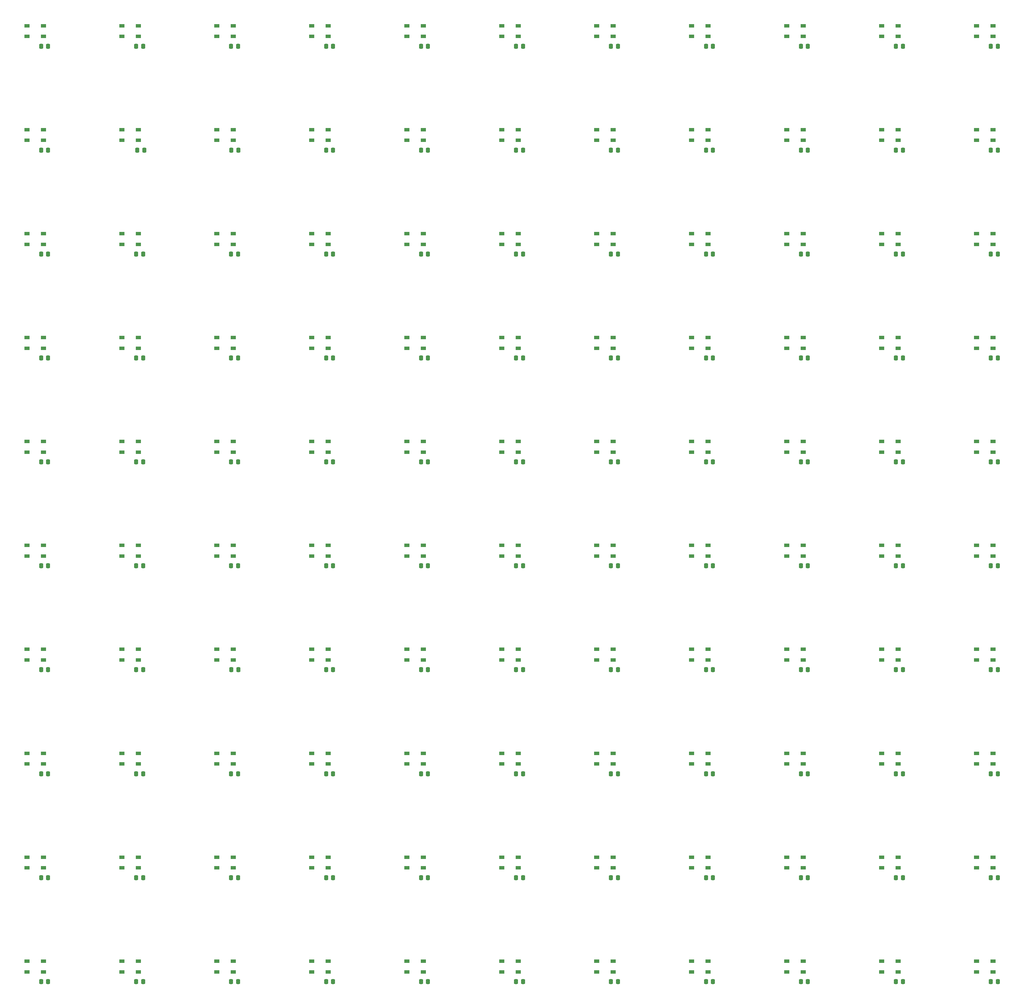
<source format=gtp>
%TF.GenerationSoftware,KiCad,Pcbnew,(6.0.2)*%
%TF.CreationDate,2022-03-15T15:15:15+01:00*%
%TF.ProjectId,Wordclock,576f7264-636c-46f6-936b-2e6b69636164,rev?*%
%TF.SameCoordinates,Original*%
%TF.FileFunction,Paste,Top*%
%TF.FilePolarity,Positive*%
%FSLAX46Y46*%
G04 Gerber Fmt 4.6, Leading zero omitted, Abs format (unit mm)*
G04 Created by KiCad (PCBNEW (6.0.2)) date 2022-03-15 15:15:15*
%MOMM*%
%LPD*%
G01*
G04 APERTURE LIST*
G04 Aperture macros list*
%AMRoundRect*
0 Rectangle with rounded corners*
0 $1 Rounding radius*
0 $2 $3 $4 $5 $6 $7 $8 $9 X,Y pos of 4 corners*
0 Add a 4 corners polygon primitive as box body*
4,1,4,$2,$3,$4,$5,$6,$7,$8,$9,$2,$3,0*
0 Add four circle primitives for the rounded corners*
1,1,$1+$1,$2,$3*
1,1,$1+$1,$4,$5*
1,1,$1+$1,$6,$7*
1,1,$1+$1,$8,$9*
0 Add four rect primitives between the rounded corners*
20,1,$1+$1,$2,$3,$4,$5,0*
20,1,$1+$1,$4,$5,$6,$7,0*
20,1,$1+$1,$6,$7,$8,$9,0*
20,1,$1+$1,$8,$9,$2,$3,0*%
G04 Aperture macros list end*
%ADD10RoundRect,0.250000X0.337500X0.475000X-0.337500X0.475000X-0.337500X-0.475000X0.337500X-0.475000X0*%
%ADD11R,1.500000X1.000000*%
G04 APERTURE END LIST*
D10*
%TO.C,C110*%
X813367500Y-314500000D03*
X811292500Y-314500000D03*
%TD*%
%TO.C,C10*%
X785067500Y-35500000D03*
X782992500Y-35500000D03*
%TD*%
%TO.C,C24*%
X558667500Y-97500000D03*
X556592500Y-97500000D03*
%TD*%
D11*
%TO.C,D2*%
X557250000Y-32600000D03*
X557250000Y-29400000D03*
X552350000Y-29400000D03*
X552350000Y-32600000D03*
%TD*%
D10*
%TO.C,C6*%
X671867500Y-35500000D03*
X669792500Y-35500000D03*
%TD*%
%TO.C,C31*%
X756767500Y-97500000D03*
X754692500Y-97500000D03*
%TD*%
%TO.C,C40*%
X700167500Y-128500000D03*
X698092500Y-128500000D03*
%TD*%
%TO.C,C90*%
X558667500Y-283500000D03*
X556592500Y-283500000D03*
%TD*%
%TO.C,C70*%
X615267500Y-221500000D03*
X613192500Y-221500000D03*
%TD*%
%TO.C,C62*%
X700167500Y-190500000D03*
X698092500Y-190500000D03*
%TD*%
%TO.C,C28*%
X671867500Y-97500000D03*
X669792500Y-97500000D03*
%TD*%
D11*
%TO.C,D19*%
X727050000Y-63600000D03*
X727050000Y-60400000D03*
X722150000Y-60400000D03*
X722150000Y-63600000D03*
%TD*%
%TO.C,D62*%
X698750000Y-187600000D03*
X698750000Y-184400000D03*
X693850000Y-184400000D03*
X693850000Y-187600000D03*
%TD*%
%TO.C,D12*%
X528950000Y-63600000D03*
X528950000Y-60400000D03*
X524050000Y-60400000D03*
X524050000Y-63600000D03*
%TD*%
%TO.C,D93*%
X642150000Y-280600000D03*
X642150000Y-277400000D03*
X637250000Y-277400000D03*
X637250000Y-280600000D03*
%TD*%
D10*
%TO.C,C34*%
X530367500Y-128500000D03*
X528292500Y-128500000D03*
%TD*%
%TO.C,C39*%
X671867500Y-128500000D03*
X669792500Y-128500000D03*
%TD*%
D11*
%TO.C,D7*%
X698750000Y-32600000D03*
X698750000Y-29400000D03*
X693850000Y-29400000D03*
X693850000Y-32600000D03*
%TD*%
%TO.C,D98*%
X783650000Y-280600000D03*
X783650000Y-277400000D03*
X778750000Y-277400000D03*
X778750000Y-280600000D03*
%TD*%
%TO.C,D39*%
X670450000Y-125600000D03*
X670450000Y-122400000D03*
X665550000Y-122400000D03*
X665550000Y-125600000D03*
%TD*%
D10*
%TO.C,C79*%
X558667500Y-252500000D03*
X556592500Y-252500000D03*
%TD*%
D11*
%TO.C,D26*%
X613850000Y-94600000D03*
X613850000Y-91400000D03*
X608950000Y-91400000D03*
X608950000Y-94600000D03*
%TD*%
D10*
%TO.C,C60*%
X643567500Y-190500000D03*
X641492500Y-190500000D03*
%TD*%
%TO.C,C76*%
X785067500Y-221500000D03*
X782992500Y-221500000D03*
%TD*%
%TO.C,C17*%
X671867500Y-66500000D03*
X669792500Y-66500000D03*
%TD*%
D11*
%TO.C,D77*%
X811950000Y-218600000D03*
X811950000Y-215400000D03*
X807050000Y-215400000D03*
X807050000Y-218600000D03*
%TD*%
%TO.C,D42*%
X755350000Y-125600000D03*
X755350000Y-122400000D03*
X750450000Y-122400000D03*
X750450000Y-125600000D03*
%TD*%
D10*
%TO.C,C77*%
X813367500Y-221500000D03*
X811292500Y-221500000D03*
%TD*%
D11*
%TO.C,D46*%
X557250000Y-156600000D03*
X557250000Y-153400000D03*
X552350000Y-153400000D03*
X552350000Y-156600000D03*
%TD*%
%TO.C,D27*%
X642150000Y-94600000D03*
X642150000Y-91400000D03*
X637250000Y-91400000D03*
X637250000Y-94600000D03*
%TD*%
%TO.C,D43*%
X783650000Y-125600000D03*
X783650000Y-122400000D03*
X778750000Y-122400000D03*
X778750000Y-125600000D03*
%TD*%
%TO.C,D86*%
X755350000Y-249600000D03*
X755350000Y-246400000D03*
X750450000Y-246400000D03*
X750450000Y-249600000D03*
%TD*%
D10*
%TO.C,C21*%
X785067500Y-66500000D03*
X782992500Y-66500000D03*
%TD*%
D11*
%TO.C,D75*%
X755350000Y-218600000D03*
X755350000Y-215400000D03*
X750450000Y-215400000D03*
X750450000Y-218600000D03*
%TD*%
D10*
%TO.C,C53*%
X756767500Y-159500000D03*
X754692500Y-159500000D03*
%TD*%
%TO.C,C26*%
X615267500Y-97500000D03*
X613192500Y-97500000D03*
%TD*%
D11*
%TO.C,D34*%
X528950000Y-125600000D03*
X528950000Y-122400000D03*
X524050000Y-122400000D03*
X524050000Y-125600000D03*
%TD*%
%TO.C,D38*%
X642150000Y-125600000D03*
X642150000Y-122400000D03*
X637250000Y-122400000D03*
X637250000Y-125600000D03*
%TD*%
%TO.C,D25*%
X585550000Y-94600000D03*
X585550000Y-91400000D03*
X580650000Y-91400000D03*
X580650000Y-94600000D03*
%TD*%
%TO.C,D69*%
X585550000Y-218600000D03*
X585550000Y-215400000D03*
X580650000Y-215400000D03*
X580650000Y-218600000D03*
%TD*%
%TO.C,D55*%
X811950000Y-156600000D03*
X811950000Y-153400000D03*
X807050000Y-153400000D03*
X807050000Y-156600000D03*
%TD*%
D10*
%TO.C,C63*%
X728467500Y-190500000D03*
X726392500Y-190500000D03*
%TD*%
%TO.C,C29*%
X700167500Y-97500000D03*
X698092500Y-97500000D03*
%TD*%
%TO.C,C69*%
X587037500Y-221500000D03*
X584962500Y-221500000D03*
%TD*%
D11*
%TO.C,D15*%
X613850000Y-63600000D03*
X613850000Y-60400000D03*
X608950000Y-60400000D03*
X608950000Y-63600000D03*
%TD*%
D10*
%TO.C,C37*%
X615267500Y-128500000D03*
X613192500Y-128500000D03*
%TD*%
%TO.C,C81*%
X615267500Y-252500000D03*
X613192500Y-252500000D03*
%TD*%
D11*
%TO.C,D101*%
X557250000Y-311600000D03*
X557250000Y-308400000D03*
X552350000Y-308400000D03*
X552350000Y-311600000D03*
%TD*%
%TO.C,D29*%
X698750000Y-94600000D03*
X698750000Y-91400000D03*
X693850000Y-91400000D03*
X693850000Y-94600000D03*
%TD*%
D10*
%TO.C,C100*%
X530367500Y-314500000D03*
X528292500Y-314500000D03*
%TD*%
%TO.C,C41*%
X728467500Y-128500000D03*
X726392500Y-128500000D03*
%TD*%
D11*
%TO.C,D24*%
X557250000Y-94600000D03*
X557250000Y-91400000D03*
X552350000Y-91400000D03*
X552350000Y-94600000D03*
%TD*%
D10*
%TO.C,C7*%
X700167500Y-35500000D03*
X698092500Y-35500000D03*
%TD*%
D11*
%TO.C,D68*%
X557250000Y-218600000D03*
X557250000Y-215400000D03*
X552350000Y-215400000D03*
X552350000Y-218600000D03*
%TD*%
%TO.C,D90*%
X557250000Y-280600000D03*
X557250000Y-277400000D03*
X552350000Y-277400000D03*
X552350000Y-280600000D03*
%TD*%
%TO.C,D65*%
X783650000Y-187600000D03*
X783650000Y-184400000D03*
X778750000Y-184400000D03*
X778750000Y-187600000D03*
%TD*%
%TO.C,D78*%
X528950000Y-249600000D03*
X528950000Y-246400000D03*
X524050000Y-246400000D03*
X524050000Y-249600000D03*
%TD*%
%TO.C,D44*%
X811950000Y-125600000D03*
X811950000Y-122400000D03*
X807050000Y-122400000D03*
X807050000Y-125600000D03*
%TD*%
D10*
%TO.C,C94*%
X671867500Y-283500000D03*
X669792500Y-283500000D03*
%TD*%
D11*
%TO.C,D48*%
X613850000Y-156600000D03*
X613850000Y-153400000D03*
X608950000Y-153400000D03*
X608950000Y-156600000D03*
%TD*%
%TO.C,D92*%
X613850000Y-280600000D03*
X613850000Y-277400000D03*
X608950000Y-277400000D03*
X608950000Y-280600000D03*
%TD*%
D10*
%TO.C,C101*%
X558667500Y-314500000D03*
X556592500Y-314500000D03*
%TD*%
%TO.C,C95*%
X700167500Y-283500000D03*
X698092500Y-283500000D03*
%TD*%
D11*
%TO.C,D97*%
X755350000Y-280600000D03*
X755350000Y-277400000D03*
X750450000Y-277400000D03*
X750450000Y-280600000D03*
%TD*%
D10*
%TO.C,C103*%
X615267500Y-314500000D03*
X613192500Y-314500000D03*
%TD*%
%TO.C,C50*%
X671867500Y-159500000D03*
X669792500Y-159500000D03*
%TD*%
%TO.C,C61*%
X671867500Y-190500000D03*
X669792500Y-190500000D03*
%TD*%
D11*
%TO.C,D95*%
X698750000Y-280600000D03*
X698750000Y-277400000D03*
X693850000Y-277400000D03*
X693850000Y-280600000D03*
%TD*%
%TO.C,D103*%
X613850000Y-311600000D03*
X613850000Y-308400000D03*
X608950000Y-308400000D03*
X608950000Y-311600000D03*
%TD*%
D10*
%TO.C,C85*%
X728467500Y-252500000D03*
X726392500Y-252500000D03*
%TD*%
%TO.C,C5*%
X643567500Y-35500000D03*
X641492500Y-35500000D03*
%TD*%
D11*
%TO.C,D106*%
X698750000Y-311600000D03*
X698750000Y-308400000D03*
X693850000Y-308400000D03*
X693850000Y-311600000D03*
%TD*%
D10*
%TO.C,C13*%
X559037500Y-66500000D03*
X556962500Y-66500000D03*
%TD*%
D11*
%TO.C,D84*%
X698750000Y-249600000D03*
X698750000Y-246400000D03*
X693850000Y-246400000D03*
X693850000Y-249600000D03*
%TD*%
D10*
%TO.C,C96*%
X728467500Y-283500000D03*
X726392500Y-283500000D03*
%TD*%
D11*
%TO.C,D110*%
X811950000Y-311600000D03*
X811950000Y-308400000D03*
X807050000Y-308400000D03*
X807050000Y-311600000D03*
%TD*%
D10*
%TO.C,C104*%
X643567500Y-314500000D03*
X641492500Y-314500000D03*
%TD*%
%TO.C,C105*%
X671867500Y-314500000D03*
X669792500Y-314500000D03*
%TD*%
D11*
%TO.C,D80*%
X585550000Y-249600000D03*
X585550000Y-246400000D03*
X580650000Y-246400000D03*
X580650000Y-249600000D03*
%TD*%
D10*
%TO.C,C80*%
X586967500Y-252500000D03*
X584892500Y-252500000D03*
%TD*%
D11*
%TO.C,D82*%
X642150000Y-249600000D03*
X642150000Y-246400000D03*
X637250000Y-246400000D03*
X637250000Y-249600000D03*
%TD*%
%TO.C,D5*%
X642150000Y-32600000D03*
X642150000Y-29400000D03*
X637250000Y-29400000D03*
X637250000Y-32600000D03*
%TD*%
%TO.C,D79*%
X557250000Y-249600000D03*
X557250000Y-246400000D03*
X552350000Y-246400000D03*
X552350000Y-249600000D03*
%TD*%
D10*
%TO.C,C20*%
X756767500Y-66500000D03*
X754692500Y-66500000D03*
%TD*%
D11*
%TO.C,D89*%
X528950000Y-280600000D03*
X528950000Y-277400000D03*
X524050000Y-277400000D03*
X524050000Y-280600000D03*
%TD*%
%TO.C,D87*%
X783650000Y-249600000D03*
X783650000Y-246400000D03*
X778750000Y-246400000D03*
X778750000Y-249600000D03*
%TD*%
%TO.C,D81*%
X613850000Y-249600000D03*
X613850000Y-246400000D03*
X608950000Y-246400000D03*
X608950000Y-249600000D03*
%TD*%
%TO.C,D109*%
X783650000Y-311600000D03*
X783650000Y-308400000D03*
X778750000Y-308400000D03*
X778750000Y-311600000D03*
%TD*%
D10*
%TO.C,C8*%
X728467500Y-35500000D03*
X726392500Y-35500000D03*
%TD*%
%TO.C,C55*%
X813367500Y-159500000D03*
X811292500Y-159500000D03*
%TD*%
%TO.C,C89*%
X530367500Y-283500000D03*
X528292500Y-283500000D03*
%TD*%
D11*
%TO.C,D18*%
X698750000Y-63600000D03*
X698750000Y-60400000D03*
X693850000Y-60400000D03*
X693850000Y-63600000D03*
%TD*%
%TO.C,D60*%
X642150000Y-187600000D03*
X642150000Y-184400000D03*
X637250000Y-184400000D03*
X637250000Y-187600000D03*
%TD*%
%TO.C,D100*%
X528950000Y-311600000D03*
X528950000Y-308400000D03*
X524050000Y-308400000D03*
X524050000Y-311600000D03*
%TD*%
D10*
%TO.C,C57*%
X558667500Y-190500000D03*
X556592500Y-190500000D03*
%TD*%
%TO.C,C86*%
X756767500Y-252500000D03*
X754692500Y-252500000D03*
%TD*%
D11*
%TO.C,D28*%
X670450000Y-94600000D03*
X670450000Y-91400000D03*
X665550000Y-91400000D03*
X665550000Y-94600000D03*
%TD*%
%TO.C,D13*%
X557250000Y-63600000D03*
X557250000Y-60400000D03*
X552350000Y-60400000D03*
X552350000Y-63600000D03*
%TD*%
%TO.C,D22*%
X811950000Y-63600000D03*
X811950000Y-60400000D03*
X807050000Y-60400000D03*
X807050000Y-63600000D03*
%TD*%
D10*
%TO.C,C47*%
X586967500Y-159500000D03*
X584892500Y-159500000D03*
%TD*%
%TO.C,C27*%
X643567500Y-97500000D03*
X641492500Y-97500000D03*
%TD*%
D11*
%TO.C,D70*%
X613850000Y-218600000D03*
X613850000Y-215400000D03*
X608950000Y-215400000D03*
X608950000Y-218600000D03*
%TD*%
D10*
%TO.C,C88*%
X813367500Y-252500000D03*
X811292500Y-252500000D03*
%TD*%
D11*
%TO.C,D3*%
X585550000Y-32600000D03*
X585550000Y-29400000D03*
X580650000Y-29400000D03*
X580650000Y-32600000D03*
%TD*%
D10*
%TO.C,C91*%
X586967500Y-283500000D03*
X584892500Y-283500000D03*
%TD*%
D11*
%TO.C,D8*%
X727050000Y-32600000D03*
X727050000Y-29400000D03*
X722150000Y-29400000D03*
X722150000Y-32600000D03*
%TD*%
%TO.C,D11*%
X811950000Y-32600000D03*
X811950000Y-29400000D03*
X807050000Y-29400000D03*
X807050000Y-32600000D03*
%TD*%
D10*
%TO.C,C51*%
X700167500Y-159500000D03*
X698092500Y-159500000D03*
%TD*%
%TO.C,C56*%
X530367500Y-190500000D03*
X528292500Y-190500000D03*
%TD*%
%TO.C,C65*%
X785067500Y-190500000D03*
X782992500Y-190500000D03*
%TD*%
%TO.C,C67*%
X530367500Y-221500000D03*
X528292500Y-221500000D03*
%TD*%
D11*
%TO.C,D64*%
X755350000Y-187600000D03*
X755350000Y-184400000D03*
X750450000Y-184400000D03*
X750450000Y-187600000D03*
%TD*%
%TO.C,D41*%
X727050000Y-125600000D03*
X727050000Y-122400000D03*
X722150000Y-122400000D03*
X722150000Y-125600000D03*
%TD*%
D10*
%TO.C,C59*%
X615267500Y-190500000D03*
X613192500Y-190500000D03*
%TD*%
%TO.C,C108*%
X756767500Y-314500000D03*
X754692500Y-314500000D03*
%TD*%
D11*
%TO.C,D83*%
X670450000Y-249600000D03*
X670450000Y-246400000D03*
X665550000Y-246400000D03*
X665550000Y-249600000D03*
%TD*%
D10*
%TO.C,C23*%
X530367500Y-97500000D03*
X528292500Y-97500000D03*
%TD*%
D11*
%TO.C,D20*%
X755350000Y-63600000D03*
X755350000Y-60400000D03*
X750450000Y-60400000D03*
X750450000Y-63600000D03*
%TD*%
%TO.C,D102*%
X585550000Y-311600000D03*
X585550000Y-308400000D03*
X580650000Y-308400000D03*
X580650000Y-311600000D03*
%TD*%
D10*
%TO.C,C30*%
X728467500Y-97500000D03*
X726392500Y-97500000D03*
%TD*%
D11*
%TO.C,D96*%
X727050000Y-280600000D03*
X727050000Y-277400000D03*
X722150000Y-277400000D03*
X722150000Y-280600000D03*
%TD*%
%TO.C,D94*%
X670450000Y-280600000D03*
X670450000Y-277400000D03*
X665550000Y-277400000D03*
X665550000Y-280600000D03*
%TD*%
%TO.C,D9*%
X755350000Y-32600000D03*
X755350000Y-29400000D03*
X750450000Y-29400000D03*
X750450000Y-32600000D03*
%TD*%
D10*
%TO.C,C83*%
X671867500Y-252500000D03*
X669792500Y-252500000D03*
%TD*%
%TO.C,C43*%
X785067500Y-128500000D03*
X782992500Y-128500000D03*
%TD*%
%TO.C,C48*%
X615267500Y-159500000D03*
X613192500Y-159500000D03*
%TD*%
%TO.C,C87*%
X785067500Y-252500000D03*
X782992500Y-252500000D03*
%TD*%
%TO.C,C98*%
X785067500Y-283500000D03*
X782992500Y-283500000D03*
%TD*%
%TO.C,C33*%
X813367500Y-97500000D03*
X811292500Y-97500000D03*
%TD*%
%TO.C,C45*%
X530367500Y-159500000D03*
X528292500Y-159500000D03*
%TD*%
%TO.C,C38*%
X643567500Y-128500000D03*
X641492500Y-128500000D03*
%TD*%
D11*
%TO.C,D74*%
X727050000Y-218600000D03*
X727050000Y-215400000D03*
X722150000Y-215400000D03*
X722150000Y-218600000D03*
%TD*%
D10*
%TO.C,C106*%
X700167500Y-314500000D03*
X698092500Y-314500000D03*
%TD*%
D11*
%TO.C,D37*%
X613850000Y-125600000D03*
X613850000Y-122400000D03*
X608950000Y-122400000D03*
X608950000Y-125600000D03*
%TD*%
D10*
%TO.C,C44*%
X813367500Y-128500000D03*
X811292500Y-128500000D03*
%TD*%
%TO.C,C58*%
X586967500Y-190500000D03*
X584892500Y-190500000D03*
%TD*%
D11*
%TO.C,D33*%
X811950000Y-94600000D03*
X811950000Y-91400000D03*
X807050000Y-91400000D03*
X807050000Y-94600000D03*
%TD*%
%TO.C,D35*%
X557250000Y-125600000D03*
X557250000Y-122400000D03*
X552350000Y-122400000D03*
X552350000Y-125600000D03*
%TD*%
%TO.C,D104*%
X642150000Y-311600000D03*
X642150000Y-308400000D03*
X637250000Y-308400000D03*
X637250000Y-311600000D03*
%TD*%
D10*
%TO.C,C35*%
X558667500Y-128500000D03*
X556592500Y-128500000D03*
%TD*%
%TO.C,C71*%
X643567500Y-221500000D03*
X641492500Y-221500000D03*
%TD*%
%TO.C,C54*%
X785067500Y-159500000D03*
X782992500Y-159500000D03*
%TD*%
%TO.C,C97*%
X756767500Y-283500000D03*
X754692500Y-283500000D03*
%TD*%
%TO.C,C99*%
X813367500Y-283500000D03*
X811292500Y-283500000D03*
%TD*%
D11*
%TO.C,D52*%
X727050000Y-156600000D03*
X727050000Y-153400000D03*
X722150000Y-153400000D03*
X722150000Y-156600000D03*
%TD*%
D10*
%TO.C,C4*%
X615267500Y-35500000D03*
X613192500Y-35500000D03*
%TD*%
%TO.C,C15*%
X615267500Y-66500000D03*
X613192500Y-66500000D03*
%TD*%
D11*
%TO.C,D73*%
X698750000Y-218600000D03*
X698750000Y-215400000D03*
X693850000Y-215400000D03*
X693850000Y-218600000D03*
%TD*%
D10*
%TO.C,C3*%
X586967500Y-35500000D03*
X584892500Y-35500000D03*
%TD*%
%TO.C,C78*%
X530367500Y-252500000D03*
X528292500Y-252500000D03*
%TD*%
%TO.C,C72*%
X671867500Y-221500000D03*
X669792500Y-221500000D03*
%TD*%
D11*
%TO.C,D16*%
X642150000Y-63600000D03*
X642150000Y-60400000D03*
X637250000Y-60400000D03*
X637250000Y-63600000D03*
%TD*%
D10*
%TO.C,C82*%
X643567500Y-252500000D03*
X641492500Y-252500000D03*
%TD*%
%TO.C,C42*%
X756767500Y-128500000D03*
X754692500Y-128500000D03*
%TD*%
D11*
%TO.C,D10*%
X783650000Y-32600000D03*
X783650000Y-29400000D03*
X778750000Y-29400000D03*
X778750000Y-32600000D03*
%TD*%
%TO.C,D21*%
X783650000Y-63600000D03*
X783650000Y-60400000D03*
X778750000Y-60400000D03*
X778750000Y-63600000D03*
%TD*%
%TO.C,D61*%
X670450000Y-187600000D03*
X670450000Y-184400000D03*
X665550000Y-184400000D03*
X665550000Y-187600000D03*
%TD*%
%TO.C,D36*%
X585550000Y-125600000D03*
X585550000Y-122400000D03*
X580650000Y-122400000D03*
X580650000Y-125600000D03*
%TD*%
D10*
%TO.C,C102*%
X586967500Y-314500000D03*
X584892500Y-314500000D03*
%TD*%
D11*
%TO.C,D6*%
X670450000Y-32600000D03*
X670450000Y-29400000D03*
X665550000Y-29400000D03*
X665550000Y-32600000D03*
%TD*%
D10*
%TO.C,C74*%
X728467500Y-221500000D03*
X726392500Y-221500000D03*
%TD*%
D11*
%TO.C,D88*%
X811950000Y-249600000D03*
X811950000Y-246400000D03*
X807050000Y-246400000D03*
X807050000Y-249600000D03*
%TD*%
%TO.C,D66*%
X811950000Y-187600000D03*
X811950000Y-184400000D03*
X807050000Y-184400000D03*
X807050000Y-187600000D03*
%TD*%
%TO.C,D40*%
X698750000Y-125600000D03*
X698750000Y-122400000D03*
X693850000Y-122400000D03*
X693850000Y-125600000D03*
%TD*%
D10*
%TO.C,C52*%
X728467500Y-159500000D03*
X726392500Y-159500000D03*
%TD*%
D11*
%TO.C,D32*%
X783650000Y-94600000D03*
X783650000Y-91400000D03*
X778750000Y-91400000D03*
X778750000Y-94600000D03*
%TD*%
%TO.C,D49*%
X642150000Y-156600000D03*
X642150000Y-153400000D03*
X637250000Y-153400000D03*
X637250000Y-156600000D03*
%TD*%
%TO.C,D30*%
X727050000Y-94600000D03*
X727050000Y-91400000D03*
X722150000Y-91400000D03*
X722150000Y-94600000D03*
%TD*%
%TO.C,D58*%
X585550000Y-187600000D03*
X585550000Y-184400000D03*
X580650000Y-184400000D03*
X580650000Y-187600000D03*
%TD*%
%TO.C,D47*%
X585550000Y-156600000D03*
X585550000Y-153400000D03*
X580650000Y-153400000D03*
X580650000Y-156600000D03*
%TD*%
D10*
%TO.C,C12*%
X530367500Y-66500000D03*
X528292500Y-66500000D03*
%TD*%
%TO.C,C14*%
X587037500Y-66500000D03*
X584962500Y-66500000D03*
%TD*%
%TO.C,C49*%
X643567500Y-159500000D03*
X641492500Y-159500000D03*
%TD*%
%TO.C,C66*%
X813367500Y-190500000D03*
X811292500Y-190500000D03*
%TD*%
D11*
%TO.C,D72*%
X670450000Y-218600000D03*
X670450000Y-215400000D03*
X665550000Y-215400000D03*
X665550000Y-218600000D03*
%TD*%
%TO.C,D50*%
X670450000Y-156600000D03*
X670450000Y-153400000D03*
X665550000Y-153400000D03*
X665550000Y-156600000D03*
%TD*%
%TO.C,D91*%
X585550000Y-280600000D03*
X585550000Y-277400000D03*
X580650000Y-277400000D03*
X580650000Y-280600000D03*
%TD*%
D10*
%TO.C,C68*%
X558667500Y-221500000D03*
X556592500Y-221500000D03*
%TD*%
D11*
%TO.C,D99*%
X811950000Y-280600000D03*
X811950000Y-277400000D03*
X807050000Y-277400000D03*
X807050000Y-280600000D03*
%TD*%
D10*
%TO.C,C1*%
X530367500Y-35500000D03*
X528292500Y-35500000D03*
%TD*%
%TO.C,C46*%
X558667500Y-159500000D03*
X556592500Y-159500000D03*
%TD*%
D11*
%TO.C,D23*%
X528950000Y-94600000D03*
X528950000Y-91400000D03*
X524050000Y-91400000D03*
X524050000Y-94600000D03*
%TD*%
%TO.C,D67*%
X528950000Y-218600000D03*
X528950000Y-215400000D03*
X524050000Y-215400000D03*
X524050000Y-218600000D03*
%TD*%
D10*
%TO.C,C73*%
X700167500Y-221500000D03*
X698092500Y-221500000D03*
%TD*%
D11*
%TO.C,D76*%
X783650000Y-218600000D03*
X783650000Y-215400000D03*
X778750000Y-215400000D03*
X778750000Y-218600000D03*
%TD*%
%TO.C,D85*%
X727050000Y-249600000D03*
X727050000Y-246400000D03*
X722150000Y-246400000D03*
X722150000Y-249600000D03*
%TD*%
%TO.C,D57*%
X557250000Y-187600000D03*
X557250000Y-184400000D03*
X552350000Y-184400000D03*
X552350000Y-187600000D03*
%TD*%
%TO.C,D4*%
X613850000Y-32600000D03*
X613850000Y-29400000D03*
X608950000Y-29400000D03*
X608950000Y-32600000D03*
%TD*%
D10*
%TO.C,C16*%
X643567500Y-66500000D03*
X641492500Y-66500000D03*
%TD*%
%TO.C,C18*%
X700167500Y-66500000D03*
X698092500Y-66500000D03*
%TD*%
%TO.C,C64*%
X756767500Y-190500000D03*
X754692500Y-190500000D03*
%TD*%
%TO.C,C2*%
X558667500Y-35500000D03*
X556592500Y-35500000D03*
%TD*%
%TO.C,C32*%
X785067500Y-97500000D03*
X782992500Y-97500000D03*
%TD*%
%TO.C,C22*%
X813367500Y-66500000D03*
X811292500Y-66500000D03*
%TD*%
D11*
%TO.C,D53*%
X755350000Y-156600000D03*
X755350000Y-153400000D03*
X750450000Y-153400000D03*
X750450000Y-156600000D03*
%TD*%
%TO.C,D54*%
X783650000Y-156600000D03*
X783650000Y-153400000D03*
X778750000Y-153400000D03*
X778750000Y-156600000D03*
%TD*%
D10*
%TO.C,C92*%
X615267500Y-283500000D03*
X613192500Y-283500000D03*
%TD*%
%TO.C,C19*%
X728467500Y-66500000D03*
X726392500Y-66500000D03*
%TD*%
%TO.C,C84*%
X700167500Y-252500000D03*
X698092500Y-252500000D03*
%TD*%
%TO.C,C93*%
X643567500Y-283500000D03*
X641492500Y-283500000D03*
%TD*%
D11*
%TO.C,D59*%
X613850000Y-187600000D03*
X613850000Y-184400000D03*
X608950000Y-184400000D03*
X608950000Y-187600000D03*
%TD*%
D10*
%TO.C,C107*%
X728467500Y-314500000D03*
X726392500Y-314500000D03*
%TD*%
D11*
%TO.C,D1*%
X528950000Y-32600000D03*
X528950000Y-29400000D03*
X524050000Y-29400000D03*
X524050000Y-32600000D03*
%TD*%
%TO.C,D17*%
X670450000Y-63600000D03*
X670450000Y-60400000D03*
X665550000Y-60400000D03*
X665550000Y-63600000D03*
%TD*%
D10*
%TO.C,C11*%
X813367500Y-35500000D03*
X811292500Y-35500000D03*
%TD*%
%TO.C,C25*%
X586967500Y-97500000D03*
X584892500Y-97500000D03*
%TD*%
D11*
%TO.C,D56*%
X528950000Y-187600000D03*
X528950000Y-184400000D03*
X524050000Y-184400000D03*
X524050000Y-187600000D03*
%TD*%
D10*
%TO.C,C36*%
X586967500Y-128500000D03*
X584892500Y-128500000D03*
%TD*%
D11*
%TO.C,D31*%
X755350000Y-94600000D03*
X755350000Y-91400000D03*
X750450000Y-91400000D03*
X750450000Y-94600000D03*
%TD*%
%TO.C,D63*%
X727050000Y-187600000D03*
X727050000Y-184400000D03*
X722150000Y-184400000D03*
X722150000Y-187600000D03*
%TD*%
%TO.C,D71*%
X642150000Y-218600000D03*
X642150000Y-215400000D03*
X637250000Y-215400000D03*
X637250000Y-218600000D03*
%TD*%
%TO.C,D45*%
X528950000Y-156600000D03*
X528950000Y-153400000D03*
X524050000Y-153400000D03*
X524050000Y-156600000D03*
%TD*%
D10*
%TO.C,C9*%
X756767500Y-35500000D03*
X754692500Y-35500000D03*
%TD*%
D11*
%TO.C,D108*%
X755350000Y-311600000D03*
X755350000Y-308400000D03*
X750450000Y-308400000D03*
X750450000Y-311600000D03*
%TD*%
D10*
%TO.C,C109*%
X785067500Y-314500000D03*
X782992500Y-314500000D03*
%TD*%
%TO.C,C75*%
X756767500Y-221500000D03*
X754692500Y-221500000D03*
%TD*%
D11*
%TO.C,D105*%
X670450000Y-311600000D03*
X670450000Y-308400000D03*
X665550000Y-308400000D03*
X665550000Y-311600000D03*
%TD*%
%TO.C,D14*%
X585550000Y-63600000D03*
X585550000Y-60400000D03*
X580650000Y-60400000D03*
X580650000Y-63600000D03*
%TD*%
%TO.C,D51*%
X698750000Y-156600000D03*
X698750000Y-153400000D03*
X693850000Y-153400000D03*
X693850000Y-156600000D03*
%TD*%
%TO.C,D107*%
X727050000Y-311600000D03*
X727050000Y-308400000D03*
X722150000Y-308400000D03*
X722150000Y-311600000D03*
%TD*%
M02*

</source>
